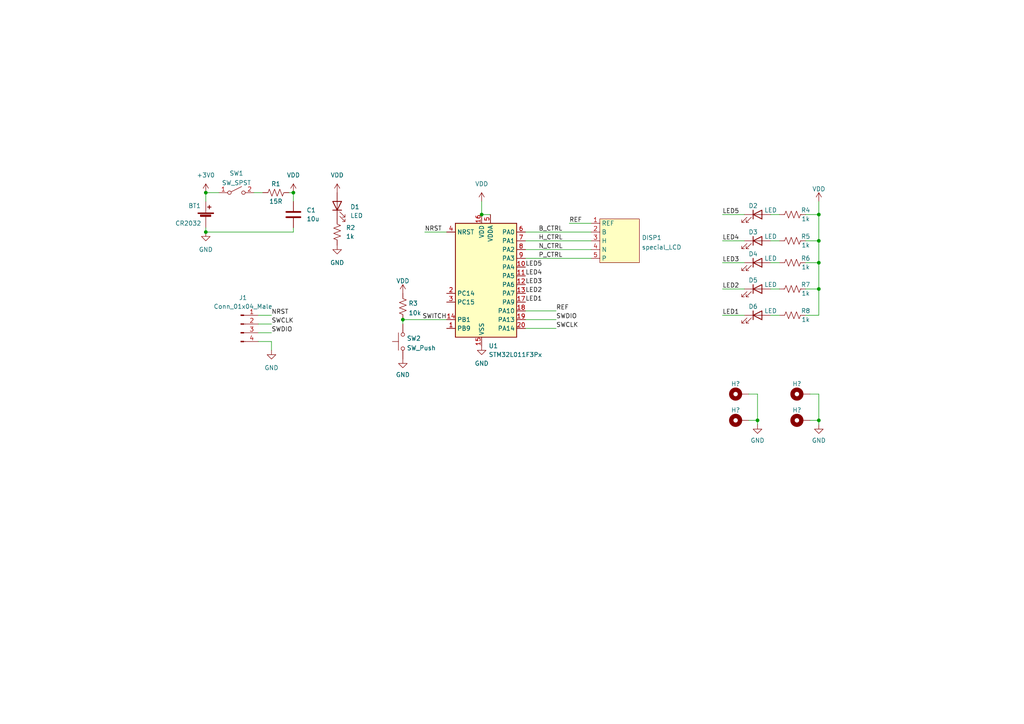
<source format=kicad_sch>
(kicad_sch (version 20211123) (generator eeschema)
  (paper "A4")
  (title_block (title "Tragic 8 Ball") (date "2022-07-10") (company "EATKINSO"))
  (lib_symbols
    (symbol "Connector:Conn_01x04_Male" (pin_names (offset 1.016) hide)
      (property "Reference" "J" (at 0 5.08 0))
      (property "Value" "Conn_01x04_Male" (at 0 -7.62 0))
      (symbol "Conn_01x04_Male_1_1"
        (polyline (pts (xy 1.27 -5.08) (xy 0.8636 -5.08)) (stroke (width 0.1524)))
        (polyline (pts (xy 1.27 -2.54) (xy 0.8636 -2.54)) (stroke (width 0.1524)))
        (polyline (pts (xy 1.27 0) (xy 0.8636 0)) (stroke (width 0.1524)))
        (polyline (pts (xy 1.27 2.54) (xy 0.8636 2.54)) (stroke (width 0.1524)))
        (rectangle (start 0.8636 -4.953) (end 0 -5.207) (stroke (width 0.1524)) (fill (type outline)))
        (rectangle (start 0.8636 -2.413) (end 0 -2.667) (stroke (width 0.1524)) (fill (type outline)))
        (rectangle (start 0.8636 0.127) (end 0 -0.127) (stroke (width 0.1524)) (fill (type outline)))
        (rectangle (start 0.8636 2.667) (end 0 2.413) (stroke (width 0.1524)) (fill (type outline)))
        (pin passive line (at 5.08 2.54 180) (length 3.81) (name "Pin_1") (number "1"))
        (pin passive line (at 5.08 0 180) (length 3.81) (name "Pin_2") (number "2"))
        (pin passive line (at 5.08 -2.54 180) (length 3.81) (name "Pin_3") (number "3"))
        (pin passive line (at 5.08 -5.08 180) (length 3.81) (name "Pin_4") (number "4"))
      )
    )
    (symbol "Device:Battery_Cell" (pin_numbers hide) (pin_names (offset 0) hide)
      (property "Reference" "BT" (at 2.54 2.54 0))
      (property "Value" "Battery_Cell" (at 2.54 0 0))
      (symbol "Battery_Cell_0_1"
        (rectangle (start -2.286 1.778) (end 2.286 1.524) (fill (type outline)))
        (rectangle (start -1.5748 1.1938) (end 1.4732 0.6858) (fill (type outline)))
        (polyline (pts (xy 0 0.762) (xy 0 0)))
        (polyline (pts (xy 0 1.778) (xy 0 2.54)))
        (polyline (pts (xy 0.508 3.429) (xy 1.524 3.429)) (stroke (width 0.254)))
        (polyline (pts (xy 1.016 3.937) (xy 1.016 2.921)) (stroke (width 0.254)))
      )
      (symbol "Battery_Cell_1_1"
        (pin passive line (at 0 5.08 270) (length 2.54) (name "+") (number "1"))
        (pin passive line (at 0 -2.54 90) (length 2.54) (name "-") (number "2"))
      )
    )
    (symbol "Device:C" (pin_numbers hide) (pin_names (offset 0.254))
      (property "Reference" "C" (at 0.635 2.54 0))
      (property "Value" "C" (at 0.635 -2.54 0))
      (symbol "C_0_1"
        (polyline (pts (xy -2.032 -0.762) (xy 2.032 -0.762)) (stroke (width 0.508)))
        (polyline (pts (xy -2.032 0.762) (xy 2.032 0.762)) (stroke (width 0.508)))
      )
      (symbol "C_1_1"
        (pin passive line (at 0 3.81 270) (length 2.794) (name "~") (number "1"))
        (pin passive line (at 0 -3.81 90) (length 2.794) (name "~") (number "2"))
      )
    )
    (symbol "Device:LED" (pin_numbers hide) (pin_names (offset 1.016) hide)
      (property "Reference" "D" (at 0 2.54 0))
      (property "Value" "LED" (at 0 -2.54 0))
      (symbol "LED_0_1"
        (polyline (pts (xy -1.27 -1.27) (xy -1.27 1.27)) (stroke (width 0.254)))
        (polyline (pts (xy -1.27 0) (xy 1.27 0)))
        (polyline (pts (xy 1.27 -1.27) (xy 1.27 1.27) (xy -1.27 0) (xy 1.27 -1.27)) (stroke (width 0.254)))
        (polyline (pts (xy -3.048 -0.762) (xy -4.572 -2.286) (xy -3.81 -2.286) (xy -4.572 -2.286) (xy -4.572 -1.524)))
        (polyline (pts (xy -1.778 -0.762) (xy -3.302 -2.286) (xy -2.54 -2.286) (xy -3.302 -2.286) (xy -3.302 -1.524)))
      )
      (symbol "LED_1_1"
        (pin passive line (at -3.81 0 0) (length 2.54) (name "K") (number "1"))
        (pin passive line (at 3.81 0 180) (length 2.54) (name "A") (number "2"))
      )
    )
    (symbol "Device:R_US" (pin_numbers hide) (pin_names (offset 0))
      (property "Reference" "R" (at 2.54 0 90))
      (property "Value" "R_US" (at -2.54 0 90))
      (symbol "R_US_0_1"
        (polyline (pts (xy 0 -2.286) (xy 0 -2.54)))
        (polyline (pts (xy 0 2.286) (xy 0 2.54)))
        (polyline (pts (xy 0 -0.762) (xy 1.016 -1.143) (xy 0 -1.524) (xy -1.016 -1.905) (xy 0 -2.286)))
        (polyline (pts (xy 0 0.762) (xy 1.016 0.381) (xy 0 0) (xy -1.016 -0.381) (xy 0 -0.762)))
        (polyline (pts (xy 0 2.286) (xy 1.016 1.905) (xy 0 1.524) (xy -1.016 1.143) (xy 0 0.762)))
      )
      (symbol "R_US_1_1"
        (pin passive line (at 0 3.81 270) (length 1.27) (name "~") (number "1"))
        (pin passive line (at 0 -3.81 90) (length 1.27) (name "~") (number "2"))
      )
    )
    (symbol "MCU_ST_STM32L0:STM32L011F3Px"
      (property "Reference" "U" (at -10.16 16.51 0))
      (property "Value" "STM32L011F3Px" (at 2.54 16.51 0))
      (symbol "STM32L011F3Px_0_1"
        (rectangle (start -10.16 -17.78) (end 7.62 15.24) (stroke (width 0.254)) (fill (type background)))
      )
      (symbol "STM32L011F3Px_1_1"
        (pin bidirectional line (at -12.7 -15.24 0) (length 2.54) (name "PB9") (number "1"))
        (pin bidirectional line (at 10.16 2.54 180) (length 2.54) (name "PA4") (number "10"))
        (pin bidirectional line (at 10.16 0 180) (length 2.54) (name "PA5") (number "11"))
        (pin bidirectional line (at 10.16 -2.54 180) (length 2.54) (name "PA6") (number "12"))
        (pin bidirectional line (at 10.16 -5.08 180) (length 2.54) (name "PA7") (number "13"))
        (pin bidirectional line (at -12.7 -12.7 0) (length 2.54) (name "PB1") (number "14"))
        (pin power_in line (at -2.54 -20.32 90) (length 2.54) (name "VSS") (number "15"))
        (pin power_in line (at -2.54 17.78 270) (length 2.54) (name "VDD") (number "16"))
        (pin bidirectional line (at 10.16 -7.62 180) (length 2.54) (name "PA9") (number "17"))
        (pin bidirectional line (at 10.16 -10.16 180) (length 2.54) (name "PA10") (number "18"))
        (pin bidirectional line (at 10.16 -12.7 180) (length 2.54) (name "PA13") (number "19"))
        (pin bidirectional line (at -12.7 -5.08 0) (length 2.54) (name "PC14") (number "2"))
        (pin bidirectional line (at 10.16 -15.24 180) (length 2.54) (name "PA14") (number "20"))
        (pin bidirectional line (at -12.7 -7.62 0) (length 2.54) (name "PC15") (number "3"))
        (pin input line (at -12.7 12.7 0) (length 2.54) (name "NRST") (number "4"))
        (pin power_in line (at 0 17.78 270) (length 2.54) (name "VDDA") (number "5"))
        (pin bidirectional line (at 10.16 12.7 180) (length 2.54) (name "PA0") (number "6"))
        (pin bidirectional line (at 10.16 10.16 180) (length 2.54) (name "PA1") (number "7"))
        (pin bidirectional line (at 10.16 7.62 180) (length 2.54) (name "PA2") (number "8"))
        (pin bidirectional line (at 10.16 5.08 180) (length 2.54) (name "PA3") (number "9"))
      )
    )
    (symbol "Mechanical:MountingHole_Pad" (pin_numbers hide) (pin_names (offset 1.016) hide)
      (property "Reference" "H" (at 0 6.35 0))
      (property "Value" "MountingHole_Pad" (at 0 4.445 0))
      (symbol "MountingHole_Pad_0_1"
        (circle (center 0 1.27) (radius 1.27) (stroke (width 1.27)))
      )
      (symbol "MountingHole_Pad_1_1"
        (pin input line (at 0 -2.54 90) (length 2.54) (name "1") (number "1"))
      )
    )
    (symbol "Switch:SW_Push" (pin_numbers hide) (pin_names (offset 1.016) hide)
      (property "Reference" "SW" (at 1.27 2.54 0))
      (property "Value" "SW_Push" (at 0 -1.524 0))
      (symbol "SW_Push_0_1"
        (circle (center -2.032 0) (radius 0.508))
        (polyline (pts (xy 0 1.27) (xy 0 3.048)))
        (polyline (pts (xy 2.54 1.27) (xy -2.54 1.27)))
        (circle (center 2.032 0) (radius 0.508))
        (pin passive line (at -5.08 0 0) (length 2.54) (name "1") (number "1"))
        (pin passive line (at 5.08 0 180) (length 2.54) (name "2") (number "2"))
      )
    )
    (symbol "Switch:SW_SPST" (pin_names (offset 0) hide)
      (property "Reference" "SW" (at 0 3.175 0))
      (property "Value" "SW_SPST" (at 0 -2.54 0))
      (symbol "SW_SPST_0_0"
        (circle (center -2.032 0) (radius 0.508))
        (polyline (pts (xy -1.524 0.254) (xy 1.524 1.778)))
        (circle (center 2.032 0) (radius 0.508))
      )
      (symbol "SW_SPST_1_1"
        (pin passive line (at -5.08 0 0) (length 2.54) (name "A") (number "1"))
        (pin passive line (at 5.08 0 180) (length 2.54) (name "B") (number "2"))
      )
    )
    (symbol "power:+3V0" (power) (pin_names (offset 0))
      (property "Value" "+3V0" (at 0 3.556 0))
      (symbol "+3V0_0_1"
        (polyline (pts (xy -0.762 1.27) (xy 0 2.54)))
        (polyline (pts (xy 0 0) (xy 0 2.54)))
        (polyline (pts (xy 0 2.54) (xy 0.762 1.27)))
      )
      (symbol "+3V0_1_1"
        (pin power_in line (at 0 0 90) (length 0) hide (name "+3V0") (number "1"))
      )
    )
    (symbol "power:GND" (power) (pin_names (offset 0))
      (property "Value" "GND" (at 0 -3.81 0))
      (symbol "GND_0_1"
        (polyline (pts (xy 0 0) (xy 0 -1.27) (xy 1.27 -1.27) (xy 0 -2.54) (xy -1.27 -1.27) (xy 0 -1.27)))
      )
      (symbol "GND_1_1"
        (pin power_in line (at 0 0 270) (length 0) hide (name "GND") (number "1"))
      )
    )
    (symbol "power:VDD" (power) (pin_names (offset 0))
      (property "Value" "VDD" (at 0 3.81 0))
      (symbol "VDD_0_1"
        (polyline (pts (xy -0.762 1.27) (xy 0 2.54)))
        (polyline (pts (xy 0 0) (xy 0 2.54)))
        (polyline (pts (xy 0 2.54) (xy 0.762 1.27)))
      )
      (symbol "VDD_1_1"
        (pin power_in line (at 0 0 90) (length 0) hide (name "VDD") (number "1"))
      )
    )
    (symbol "symbols-local:special_LCD"
      (property "Reference" "DISP" (at -1.27 6.35 0))
      (property "Value" "special_LCD" (at -1.27 3.81 0))
      (symbol "special_LCD_0_0"
        (pin unspecified line (at 0 0 0) (length 2.54) (name "REF") (number "1"))
        (pin unspecified line (at 0 -2.54 0) (length 2.54) (name "B") (number "2"))
        (pin unspecified line (at 0 -5.08 0) (length 2.54) (name "H") (number "3"))
        (pin unspecified line (at 0 -7.62 0) (length 2.54) (name "N") (number "4"))
        (pin unspecified line (at 0 -10.16 0) (length 2.54) (name "P") (number "5"))
      )
      (symbol "special_LCD_0_1"
        (rectangle (start 2.54 1.27) (end 13.97 -11.43) (stroke (width 0.1524)) (fill (type background)))
      )
    )
  )
  (junction (at 139.7 62.23))
  (junction (at 59.69 67.31))
  (junction (at 219.71 121.92))
  (junction (at 237.49 121.92))
  (junction (at 116.84 92.71))
  (junction (at 85.09 55.88))
  (junction (at 59.69 55.88))
  (junction (at 237.49 62.23))
  (junction (at 237.49 83.82))
  (junction (at 237.49 69.85))
  (junction (at 237.49 76.2))
  (wire (pts (xy 152.4 67.31) (xy 171.45 67.31)))
  (wire (pts (xy 234.95 114.3) (xy 237.49 114.3)))
  (wire (pts (xy 59.69 67.31) (xy 85.09 67.31)))
  (wire (pts (xy 123.19 67.31) (xy 129.54 67.31)))
  (wire (pts (xy 59.69 67.31) (xy 59.69 66.04)))
  (wire (pts (xy 237.49 121.92) (xy 237.49 123.19)))
  (wire (pts (xy 78.74 99.06) (xy 74.93 99.06)))
  (wire (pts (xy 74.93 93.98) (xy 78.74 93.98)))
  (wire (pts (xy 74.93 91.44) (xy 78.74 91.44)))
  (wire (pts (xy 209.55 62.23) (xy 215.9 62.23)))
  (wire (pts (xy 234.95 121.92) (xy 237.49 121.92)))
  (wire (pts (xy 85.09 67.31) (xy 85.09 66.04)))
  (wire (pts (xy 152.4 69.85) (xy 171.45 69.85)))
  (wire (pts (xy 219.71 121.92) (xy 219.71 114.3)))
  (wire (pts (xy 165.1 64.77) (xy 171.45 64.77)))
  (wire (pts (xy 85.09 55.88) (xy 85.09 58.42)))
  (wire (pts (xy 237.49 91.44) (xy 233.68 91.44)))
  (wire (pts (xy 74.93 96.52) (xy 78.74 96.52)))
  (wire (pts (xy 237.49 69.85) (xy 237.49 76.2)))
  (wire (pts (xy 152.4 90.17) (xy 161.29 90.17)))
  (wire (pts (xy 209.55 76.2) (xy 215.9 76.2)))
  (wire (pts (xy 223.52 62.23) (xy 226.06 62.23)))
  (wire (pts (xy 223.52 69.85) (xy 226.06 69.85)))
  (wire (pts (xy 139.7 62.23) (xy 142.24 62.23)))
  (wire (pts (xy 152.4 92.71) (xy 161.29 92.71)))
  (wire (pts (xy 73.66 55.88) (xy 76.2 55.88)))
  (wire (pts (xy 152.4 72.39) (xy 171.45 72.39)))
  (wire (pts (xy 209.55 83.82) (xy 215.9 83.82)))
  (wire (pts (xy 237.49 76.2) (xy 233.68 76.2)))
  (wire (pts (xy 83.82 55.88) (xy 85.09 55.88)))
  (wire (pts (xy 237.49 76.2) (xy 237.49 83.82)))
  (wire (pts (xy 223.52 83.82) (xy 226.06 83.82)))
  (wire (pts (xy 209.55 91.44) (xy 215.9 91.44)))
  (wire (pts (xy 152.4 74.93) (xy 171.45 74.93)))
  (wire (pts (xy 223.52 91.44) (xy 226.06 91.44)))
  (wire (pts (xy 223.52 76.2) (xy 226.06 76.2)))
  (wire (pts (xy 237.49 58.42) (xy 237.49 62.23)))
  (wire (pts (xy 116.84 92.71) (xy 129.54 92.71)))
  (wire (pts (xy 78.74 101.6) (xy 78.74 99.06)))
  (wire (pts (xy 217.17 121.92) (xy 219.71 121.92)))
  (wire (pts (xy 237.49 83.82) (xy 233.68 83.82)))
  (wire (pts (xy 219.71 114.3) (xy 217.17 114.3)))
  (wire (pts (xy 139.7 58.42) (xy 139.7 62.23)))
  (wire (pts (xy 237.49 114.3) (xy 237.49 121.92)))
  (wire (pts (xy 116.84 93.98) (xy 116.84 92.71)))
  (wire (pts (xy 237.49 62.23) (xy 237.49 69.85)))
  (wire (pts (xy 209.55 69.85) (xy 215.9 69.85)))
  (wire (pts (xy 219.71 123.19) (xy 219.71 121.92)))
  (wire (pts (xy 59.69 55.88) (xy 59.69 58.42)))
  (wire (pts (xy 237.49 62.23) (xy 233.68 62.23)))
  (wire (pts (xy 237.49 69.85) (xy 233.68 69.85)))
  (wire (pts (xy 237.49 83.82) (xy 237.49 91.44)))
  (wire (pts (xy 152.4 95.25) (xy 161.29 95.25)))
  (wire (pts (xy 59.69 55.88) (xy 63.5 55.88)))
  (label "LED3" (at 152.4 82.55 0))
  (label "REF" (at 161.29 90.17 0))
  (label "LED4" (at 152.4 80.01 0))
  (label "NRST" (at 123.19 67.31 0))
  (label "LED2" (at 152.4 85.09 0))
  (label "SWITCH" (at 129.54 92.71 180))
  (label "SWCLK" (at 78.74 93.98 0))
  (label "LED5" (at 209.55 62.23 0))
  (label "LED4" (at 209.55 69.85 0))
  (label "SWCLK" (at 161.29 95.25 0))
  (label "P_CTRL" (at 156.21 74.93 0))
  (label "LED5" (at 152.4 77.47 0))
  (label "REF" (at 165.1 64.77 0))
  (label "NRST" (at 78.74 91.44 0))
  (label "SWDIO" (at 161.29 92.71 0))
  (label "H_CTRL" (at 156.21 69.85 0))
  (label "B_CTRL" (at 156.21 67.31 0))
  (label "LED3" (at 209.55 76.2 0))
  (label "N_CTRL" (at 156.21 72.39 0))
  (label "LED1" (at 152.4 87.63 0))
  (label "LED2" (at 209.55 83.82 0))
  (label "SWDIO" (at 78.74 96.52 0))
  (label "LED1" (at 209.55 91.44 0))
  (symbol (lib_id "symbols-local:special_LCD") (at 171.45 64.77 0) (unit 1)
    (property "Reference" "DISP1" (at 186.1312 68.9415 0) (effects (justify left)))
    (property "Value" "special_LCD" (at 186.1312 71.7166 0) (effects (justify left)))
  )
  (symbol (lib_id "Device:LED") (at 97.79 59.69 90) (unit 1)
    (property "Reference" "D1" (at 101.6 60.0074 90) (effects (justify right)))
    (property "Value" "LED" (at 101.6 62.5474 90) (effects (justify right)))
  )
  (symbol (lib_id "Connector:Conn_01x04_Male") (at 69.85 93.98 0) (unit 1)
    (property "Reference" "J1" (at 70.485 86.36 0))
    (property "Value" "Conn_01x04_Male" (at 70.485 88.9 0))
  )
  (symbol (lib_id "Device:C") (at 85.09 62.23 0) (unit 1)
    (property "Reference" "C1" (at 88.9 60.9599 0) (effects (justify left)))
    (property "Value" "10u" (at 88.9 63.4999 0) (effects (justify left)))
  )
  (symbol (lib_id "power:GND") (at 97.79 71.12 0) (unit 1)
    (property "Reference" "#PWR06" (effects hide))
    (property "Value" "GND" (at 97.79 76.2 0))
  )
  (symbol (lib_id "Mechanical:MountingHole_Pad") (at 232.41 121.92 90) (unit 1)
    (property "Reference" "H?" (at 231.14 118.9505 90))
    (property "Value" "MountingHole_Pad" (effects hide))
  )
  (symbol (lib_id "power:VDD") (at 97.79 55.88 0) (unit 1)
    (property "Reference" "#PWR05" (effects hide))
    (property "Value" "VDD" (at 97.79 50.8 0))
  )
  (symbol (lib_id "Device:R_US") (at 229.87 91.44 90) (unit 1)
    (property "Reference" "R8" (at 233.68 90.17 90))
    (property "Value" "1k" (at 233.68 92.71 90))
  )
  (symbol (lib_id "Device:R_US") (at 229.87 69.85 90) (unit 1)
    (property "Reference" "R5" (at 233.68 68.58 90))
    (property "Value" "1k" (at 233.68 71.12 90))
  )
  (symbol (lib_id "MCU_ST_STM32L0:STM32L011F3Px") (at 142.24 80.01 0) (unit 1)
    (property "Reference" "U1" (at 141.7194 100.33 0) (effects (justify left)))
    (property "Value" "STM32L011F3Px" (at 141.7194 102.87 0) (effects (justify left)))
    (property "Footprint" "Package_SO:TSSOP-20_4.4x6.5mm_P0.65mm" (effects hide))
    (property "Datasheet" "http://www.st.com/st-web-ui/static/active/en/resource/technical/document/datasheet/DM00206508.pdf" (effects hide))
  )
  (symbol (lib_id "Switch:SW_Push") (at 116.84 99.06 90) (unit 1)
    (property "Reference" "SW2" (at 117.983 98.1515 90) (effects (justify right)))
    (property "Value" "SW_Push" (at 117.983 100.9266 90) (effects (justify right)))
  )
  (symbol (lib_id "power:GND") (at 139.7 100.33 0) (unit 1)
    (property "Reference" "#PWR010" (effects hide))
    (property "Value" "GND" (at 139.7 105.41 0))
  )
  (symbol (lib_id "Device:LED") (at 219.71 91.44 0) (unit 1)
    (property "Reference" "D6" (at 218.44 88.9 0))
    (property "Value" "LED" (at 223.52 90.17 0))
  )
  (symbol (lib_id "power:GND") (at 116.84 104.14 0) (unit 1)
    (property "Reference" "#PWR08" (effects hide))
    (property "Value" "GND" (at 116.84 108.7025 0))
  )
  (symbol (lib_id "Mechanical:MountingHole_Pad") (at 214.63 114.3 90) (unit 1)
    (property "Reference" "H?" (at 213.36 111.3305 90))
    (property "Value" "MountingHole_Pad" (effects hide))
  )
  (symbol (lib_id "Device:R_US") (at 116.84 88.9 0) (unit 1)
    (property "Reference" "R3" (at 118.491 87.9915 0) (effects (justify left)))
    (property "Value" "10k" (at 118.491 90.7666 0) (effects (justify left)))
  )
  (symbol (lib_id "Device:LED") (at 219.71 62.23 0) (unit 1)
    (property "Reference" "D2" (at 218.44 59.69 0))
    (property "Value" "LED" (at 223.52 60.96 0))
  )
  (symbol (lib_id "power:GND") (at 219.71 123.19 0) (unit 1)
    (property "Reference" "#PWR?" (effects hide))
    (property "Value" "GND" (at 219.71 127.7525 0))
  )
  (symbol (lib_id "Device:LED") (at 219.71 76.2 0) (unit 1)
    (property "Reference" "D4" (at 218.44 73.66 0))
    (property "Value" "LED" (at 223.52 74.93 0))
  )
  (symbol (lib_id "Device:Battery_Cell") (at 59.69 63.5 0) (unit 1)
    (property "Reference" "BT1" (at 54.61 59.69 0) (effects (justify left)))
    (property "Value" "CR2032" (at 50.8 64.77 0) (effects (justify left)))
  )
  (symbol (lib_id "power:VDD") (at 116.84 85.09 0) (unit 1)
    (property "Reference" "#PWR07" (effects hide))
    (property "Value" "VDD" (at 116.84 81.4855 0))
  )
  (symbol (lib_id "Device:R_US") (at 229.87 76.2 90) (unit 1)
    (property "Reference" "R6" (at 233.68 74.93 90))
    (property "Value" "1k" (at 233.68 77.47 90))
  )
  (symbol (lib_id "power:GND") (at 78.74 101.6 0) (unit 1)
    (property "Reference" "#PWR03" (effects hide))
    (property "Value" "GND" (at 78.74 106.68 0))
  )
  (symbol (lib_id "Device:R_US") (at 80.01 55.88 90) (unit 1)
    (property "Reference" "R1" (at 80.01 53.34 90))
    (property "Value" "15R" (at 80.01 58.42 90))
  )
  (symbol (lib_id "power:+3V0") (at 59.69 55.88 0) (unit 1)
    (property "Reference" "#PWR01" (effects hide))
    (property "Value" "+3V0" (at 59.69 50.8 0))
  )
  (symbol (lib_id "Device:LED") (at 219.71 83.82 0) (unit 1)
    (property "Reference" "D5" (at 218.44 81.28 0))
    (property "Value" "LED" (at 223.52 82.55 0))
  )
  (symbol (lib_id "power:VDD") (at 237.49 58.42 0) (unit 1)
    (property "Reference" "#PWR011" (effects hide))
    (property "Value" "VDD" (at 237.49 54.8155 0))
  )
  (symbol (lib_id "power:GND") (at 59.69 67.31 0) (unit 1)
    (property "Reference" "#PWR02" (effects hide))
    (property "Value" "GND" (at 59.69 72.39 0))
  )
  (symbol (lib_id "Device:LED") (at 219.71 69.85 0) (unit 1)
    (property "Reference" "D3" (at 218.44 67.31 0))
    (property "Value" "LED" (at 223.52 68.58 0))
  )
  (symbol (lib_id "power:VDD") (at 139.7 58.42 0) (unit 1)
    (property "Reference" "#PWR09" (effects hide))
    (property "Value" "VDD" (at 139.7 53.34 0))
  )
  (symbol (lib_id "power:VDD") (at 85.09 55.88 0) (unit 1)
    (property "Reference" "#PWR04" (effects hide))
    (property "Value" "VDD" (at 85.09 50.8 0))
  )
  (symbol (lib_id "Device:R_US") (at 229.87 83.82 90) (unit 1)
    (property "Reference" "R7" (at 233.68 82.55 90))
    (property "Value" "1k" (at 233.68 85.09 90))
  )
  (symbol (lib_id "Device:R_US") (at 97.79 67.31 0) (unit 1)
    (property "Reference" "R2" (at 100.33 66.0399 0) (effects (justify left)))
    (property "Value" "1k" (at 100.33 68.5799 0) (effects (justify left)))
  )
  (symbol (lib_id "Device:R_US") (at 229.87 62.23 90) (unit 1)
    (property "Reference" "R4" (at 233.68 60.96 90))
    (property "Value" "1k" (at 233.68 63.5 90))
  )
  (symbol (lib_id "Switch:SW_SPST") (at 68.58 55.88 0) (unit 1)
    (property "Reference" "SW1" (at 68.58 50.2625 0))
    (property "Value" "SW_SPST" (at 68.58 53.0376 0))
  )
  (symbol (lib_id "Mechanical:MountingHole_Pad") (at 232.41 114.3 90) (unit 1)
    (property "Reference" "H?" (at 231.14 111.3305 90))
    (property "Value" "MountingHole_Pad" (effects hide))
  )
  (symbol (lib_id "Mechanical:MountingHole_Pad") (at 214.63 121.92 90) (unit 1)
    (property "Reference" "H?" (at 213.36 118.9505 90))
    (property "Value" "MountingHole_Pad" (effects hide))
  )
  (symbol (lib_id "power:GND") (at 237.49 123.19 0) (unit 1)
    (property "Reference" "#PWR?" (effects hide))
    (property "Value" "GND" (at 237.49 127.7525 0))
  )
)
</source>
